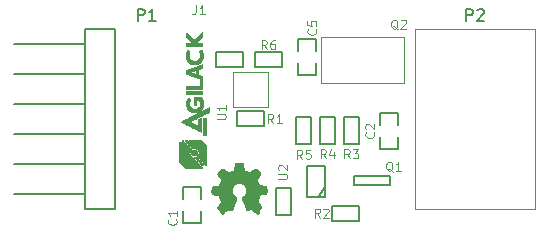
<source format=gbr>
G04 #@! TF.GenerationSoftware,KiCad,Pcbnew,5.0.2*
G04 #@! TF.CreationDate,2020-03-31T15:33:04+02:00*
G04 #@! TF.ProjectId,pmod-dac-ls,706d6f64-2d64-4616-932d-6c732e6b6963,1*
G04 #@! TF.SameCoordinates,Original*
G04 #@! TF.FileFunction,Legend,Top*
G04 #@! TF.FilePolarity,Positive*
%FSLAX46Y46*%
G04 Gerber Fmt 4.6, Leading zero omitted, Abs format (unit mm)*
G04 Created by KiCad (PCBNEW 5.0.2) date mar. 31 mars 2020 15:33:04 CEST*
%MOMM*%
%LPD*%
G01*
G04 APERTURE LIST*
%ADD10C,0.150000*%
%ADD11C,0.127000*%
%ADD12C,0.101600*%
%ADD13C,0.027940*%
%ADD14C,0.076200*%
G04 APERTURE END LIST*
D10*
G04 #@! TO.C,P1*
X123460000Y-98650000D02*
X129460000Y-98650000D01*
X123460000Y-101190000D02*
X129460000Y-101190000D01*
X123460000Y-103730000D02*
X129460000Y-103730000D01*
X123460000Y-106270000D02*
X129460000Y-106270000D01*
X123460000Y-108810000D02*
X129460000Y-108810000D01*
X123460000Y-111350000D02*
X129460000Y-111350000D01*
X132000000Y-112620000D02*
X132000000Y-97380000D01*
X132000000Y-97380000D02*
X129460000Y-97380000D01*
X129460000Y-97380000D02*
X129460000Y-112620000D01*
X132000000Y-112620000D02*
X129460000Y-112620000D01*
D11*
G04 #@! TO.C,R1*
X144643000Y-105635000D02*
X142357000Y-105635000D01*
X142357000Y-105635000D02*
X142357000Y-104365000D01*
X142357000Y-104365000D02*
X144643000Y-104365000D01*
X144643000Y-104365000D02*
X144643000Y-105635000D01*
D12*
G04 #@! TO.C,U1*
X145000000Y-101000000D02*
X145000000Y-104000000D01*
X145000000Y-104000000D02*
X142000000Y-104000000D01*
X142000000Y-104000000D02*
X142000000Y-101000000D01*
X142000000Y-101000000D02*
X145000000Y-101000000D01*
D11*
G04 #@! TO.C,R2*
X152643000Y-113635000D02*
X150357000Y-113635000D01*
X150357000Y-113635000D02*
X150357000Y-112365000D01*
X150357000Y-112365000D02*
X152643000Y-112365000D01*
X152643000Y-112365000D02*
X152643000Y-113635000D01*
G04 #@! TO.C,U2*
X149762000Y-110758000D02*
X149254000Y-111520000D01*
X149762000Y-108980000D02*
X149762000Y-111583500D01*
X149762000Y-111583500D02*
X148238000Y-111583500D01*
X148238000Y-111583500D02*
X148238000Y-108980000D01*
X148238000Y-108980000D02*
X149762000Y-108980000D01*
D12*
G04 #@! TO.C,P2*
X167550000Y-112620000D02*
X167550000Y-97380000D01*
X157390000Y-112620000D02*
X157390000Y-97380000D01*
X167550000Y-112620000D02*
X157390000Y-112620000D01*
X157390000Y-97380000D02*
X167550000Y-97380000D01*
G04 #@! TO.C,Q2*
X149494800Y-98044200D02*
X156505200Y-98044200D01*
X156505200Y-98044200D02*
X156505200Y-101955800D01*
X156505200Y-101955800D02*
X149494800Y-101955800D01*
X149494800Y-101955800D02*
X149494800Y-98044200D01*
D11*
G04 #@! TO.C,C1*
X137738000Y-111742000D02*
X137738000Y-110726000D01*
X137738000Y-110726000D02*
X139262000Y-110726000D01*
X139262000Y-110726000D02*
X139262000Y-111742000D01*
X139262000Y-112758000D02*
X139262000Y-113774000D01*
X139262000Y-113774000D02*
X137738000Y-113774000D01*
X137738000Y-113774000D02*
X137738000Y-112758000D01*
G04 #@! TO.C,C2*
X154478000Y-107534000D02*
X154478000Y-106518000D01*
X156002000Y-107534000D02*
X154478000Y-107534000D01*
X156002000Y-106518000D02*
X156002000Y-107534000D01*
X156002000Y-104486000D02*
X156002000Y-105502000D01*
X154478000Y-104486000D02*
X156002000Y-104486000D01*
X154478000Y-105502000D02*
X154478000Y-104486000D01*
G04 #@! TO.C,Q1*
X155274000Y-110631000D02*
X152226000Y-110631000D01*
X152226000Y-110631000D02*
X152226000Y-109869000D01*
X152226000Y-109869000D02*
X155274000Y-109869000D01*
X155274000Y-109869000D02*
X155274000Y-110631000D01*
G04 #@! TO.C,R3*
X152635000Y-104847000D02*
X152635000Y-107133000D01*
X152635000Y-107133000D02*
X151365000Y-107133000D01*
X151365000Y-107133000D02*
X151365000Y-104847000D01*
X151365000Y-104847000D02*
X152635000Y-104847000D01*
G04 #@! TO.C,R4*
X150635000Y-104857000D02*
X150635000Y-107143000D01*
X150635000Y-107143000D02*
X149365000Y-107143000D01*
X149365000Y-107143000D02*
X149365000Y-104857000D01*
X149365000Y-104857000D02*
X150635000Y-104857000D01*
G04 #@! TO.C,R5*
X147365000Y-104857000D02*
X148635000Y-104857000D01*
X147365000Y-107143000D02*
X147365000Y-104857000D01*
X148635000Y-107143000D02*
X147365000Y-107143000D01*
X148635000Y-104857000D02*
X148635000Y-107143000D01*
G04 #@! TO.C,C3*
X140607000Y-99365000D02*
X142893000Y-99365000D01*
X142893000Y-99365000D02*
X142893000Y-100635000D01*
X142893000Y-100635000D02*
X140607000Y-100635000D01*
X140607000Y-100635000D02*
X140607000Y-99365000D01*
G04 #@! TO.C,C4*
X145615000Y-110857000D02*
X146885000Y-110857000D01*
X145615000Y-113143000D02*
X145615000Y-110857000D01*
X146885000Y-113143000D02*
X145615000Y-113143000D01*
X146885000Y-110857000D02*
X146885000Y-113143000D01*
D13*
G04 #@! TO.C,LOGO-OHW*
X141077600Y-113052400D02*
X141153800Y-113052400D01*
X144049400Y-113027000D02*
X144100200Y-113027000D01*
X141052200Y-113027000D02*
X141153800Y-113027000D01*
X144024000Y-113001600D02*
X144125600Y-113001600D01*
X141026800Y-113001600D02*
X141179200Y-113001600D01*
X143998600Y-112976200D02*
X144151000Y-112976200D01*
X141001400Y-112976200D02*
X141179200Y-112976200D01*
X143973200Y-112950800D02*
X144176400Y-112950800D01*
X140976000Y-112950800D02*
X141204600Y-112950800D01*
X143947800Y-112925400D02*
X144176400Y-112925400D01*
X140950600Y-112925400D02*
X141204600Y-112925400D01*
X143922400Y-112900000D02*
X144201800Y-112900000D01*
X140950600Y-112900000D02*
X141230000Y-112900000D01*
X143871600Y-112874600D02*
X144201800Y-112874600D01*
X140925200Y-112874600D02*
X141255400Y-112874600D01*
X143820800Y-112849200D02*
X144227200Y-112849200D01*
X140925200Y-112849200D02*
X141280800Y-112849200D01*
X143770000Y-112823800D02*
X144227200Y-112823800D01*
X140925200Y-112823800D02*
X141306200Y-112823800D01*
X143744600Y-112798400D02*
X144227200Y-112798400D01*
X140925200Y-112798400D02*
X141357000Y-112798400D01*
X143719200Y-112773000D02*
X144227200Y-112773000D01*
X140899800Y-112773000D02*
X141382400Y-112773000D01*
X143668400Y-112747600D02*
X144227200Y-112747600D01*
X143160400Y-112747600D02*
X143185800Y-112747600D01*
X141865000Y-112747600D02*
X141915800Y-112747600D01*
X140874400Y-112747600D02*
X141433200Y-112747600D01*
X143668400Y-112722200D02*
X144227200Y-112722200D01*
X143160400Y-112722200D02*
X143236600Y-112722200D01*
X141814200Y-112722200D02*
X141915800Y-112722200D01*
X140849000Y-112722200D02*
X141458600Y-112722200D01*
X143643000Y-112696800D02*
X144201800Y-112696800D01*
X143135000Y-112696800D02*
X143287400Y-112696800D01*
X141763400Y-112696800D02*
X141941200Y-112696800D01*
X140823600Y-112696800D02*
X141509400Y-112696800D01*
X143617600Y-112671400D02*
X144227200Y-112671400D01*
X143135000Y-112671400D02*
X143338200Y-112671400D01*
X141687200Y-112671400D02*
X141941200Y-112671400D01*
X140798200Y-112671400D02*
X141560200Y-112671400D01*
X143592200Y-112646000D02*
X144252600Y-112646000D01*
X143135000Y-112646000D02*
X143389000Y-112646000D01*
X140772800Y-112646000D02*
X141966600Y-112646000D01*
X143516000Y-112620600D02*
X144278000Y-112620600D01*
X143109600Y-112620600D02*
X143465200Y-112620600D01*
X140747400Y-112620600D02*
X141966600Y-112620600D01*
X143109600Y-112595200D02*
X144303400Y-112595200D01*
X140722000Y-112595200D02*
X141966600Y-112595200D01*
X143084200Y-112569800D02*
X144303400Y-112569800D01*
X140696600Y-112569800D02*
X141992000Y-112569800D01*
X143084200Y-112544400D02*
X144328800Y-112544400D01*
X140671200Y-112544400D02*
X141992000Y-112544400D01*
X143084200Y-112519000D02*
X144354200Y-112519000D01*
X140671200Y-112519000D02*
X141992000Y-112519000D01*
X143058800Y-112493600D02*
X144379600Y-112493600D01*
X140671200Y-112493600D02*
X142017400Y-112493600D01*
X143058800Y-112468200D02*
X144405000Y-112468200D01*
X140671200Y-112468200D02*
X142017400Y-112468200D01*
X143058800Y-112442800D02*
X144405000Y-112442800D01*
X140696600Y-112442800D02*
X142017400Y-112442800D01*
X143033400Y-112417400D02*
X144405000Y-112417400D01*
X140722000Y-112417400D02*
X142042800Y-112417400D01*
X143033400Y-112392000D02*
X144379600Y-112392000D01*
X140722000Y-112392000D02*
X142042800Y-112392000D01*
X143008000Y-112366600D02*
X144379600Y-112366600D01*
X140747400Y-112366600D02*
X142042800Y-112366600D01*
X143008000Y-112341200D02*
X144354200Y-112341200D01*
X140772800Y-112341200D02*
X142068200Y-112341200D01*
X143008000Y-112315800D02*
X144328800Y-112315800D01*
X140798200Y-112315800D02*
X142068200Y-112315800D01*
X142982600Y-112290400D02*
X144303400Y-112290400D01*
X140798200Y-112290400D02*
X142068200Y-112290400D01*
X142982600Y-112265000D02*
X144303400Y-112265000D01*
X140823600Y-112265000D02*
X142093600Y-112265000D01*
X142957200Y-112239600D02*
X144278000Y-112239600D01*
X140849000Y-112239600D02*
X142093600Y-112239600D01*
X142957200Y-112214200D02*
X144252600Y-112214200D01*
X140849000Y-112214200D02*
X142119000Y-112214200D01*
X142957200Y-112188800D02*
X144252600Y-112188800D01*
X140874400Y-112188800D02*
X142119000Y-112188800D01*
X142931800Y-112163400D02*
X144227200Y-112163400D01*
X140899800Y-112163400D02*
X142119000Y-112163400D01*
X142931800Y-112138000D02*
X144201800Y-112138000D01*
X140925200Y-112138000D02*
X142144400Y-112138000D01*
X142906400Y-112112600D02*
X144201800Y-112112600D01*
X140925200Y-112112600D02*
X142144400Y-112112600D01*
X142906400Y-112087200D02*
X144176400Y-112087200D01*
X140950600Y-112087200D02*
X142144400Y-112087200D01*
X142906400Y-112061800D02*
X144151000Y-112061800D01*
X140976000Y-112061800D02*
X142169800Y-112061800D01*
X142881000Y-112036400D02*
X144151000Y-112036400D01*
X141001400Y-112036400D02*
X142169800Y-112036400D01*
X142881000Y-112011000D02*
X144125600Y-112011000D01*
X141001400Y-112011000D02*
X142169800Y-112011000D01*
X142881000Y-111985600D02*
X144100200Y-111985600D01*
X141001400Y-111985600D02*
X142195200Y-111985600D01*
X142855600Y-111960200D02*
X144074800Y-111960200D01*
X141001400Y-111960200D02*
X142195200Y-111960200D01*
X142855600Y-111934800D02*
X144074800Y-111934800D01*
X140976000Y-111934800D02*
X142195200Y-111934800D01*
X142830200Y-111909400D02*
X144049400Y-111909400D01*
X140976000Y-111909400D02*
X142220600Y-111909400D01*
X142830200Y-111884000D02*
X144074800Y-111884000D01*
X140950600Y-111884000D02*
X142220600Y-111884000D01*
X142830200Y-111858600D02*
X144074800Y-111858600D01*
X140950600Y-111858600D02*
X142220600Y-111858600D01*
X142804800Y-111833200D02*
X144100200Y-111833200D01*
X140925200Y-111833200D02*
X142246000Y-111833200D01*
X142804800Y-111807800D02*
X144100200Y-111807800D01*
X140925200Y-111807800D02*
X142246000Y-111807800D01*
X142779400Y-111782400D02*
X144125600Y-111782400D01*
X140899800Y-111782400D02*
X142271400Y-111782400D01*
X142779400Y-111757000D02*
X144125600Y-111757000D01*
X140899800Y-111757000D02*
X142271400Y-111757000D01*
X142779400Y-111731600D02*
X144125600Y-111731600D01*
X140874400Y-111731600D02*
X142271400Y-111731600D01*
X142754000Y-111706200D02*
X144151000Y-111706200D01*
X140874400Y-111706200D02*
X142296800Y-111706200D01*
X142754000Y-111680800D02*
X144151000Y-111680800D01*
X140874400Y-111680800D02*
X142296800Y-111680800D01*
X142754000Y-111655400D02*
X144176400Y-111655400D01*
X140849000Y-111655400D02*
X142296800Y-111655400D01*
X142754000Y-111630000D02*
X144176400Y-111630000D01*
X140849000Y-111630000D02*
X142271400Y-111630000D01*
X142804800Y-111604600D02*
X144176400Y-111604600D01*
X140849000Y-111604600D02*
X142220600Y-111604600D01*
X142855600Y-111579200D02*
X144201800Y-111579200D01*
X140823600Y-111579200D02*
X142169800Y-111579200D01*
X142881000Y-111553800D02*
X144201800Y-111553800D01*
X140823600Y-111553800D02*
X142144400Y-111553800D01*
X142906400Y-111528400D02*
X144201800Y-111528400D01*
X140823600Y-111528400D02*
X142119000Y-111528400D01*
X142957200Y-111503000D02*
X144201800Y-111503000D01*
X140823600Y-111503000D02*
X142068200Y-111503000D01*
X142982600Y-111477600D02*
X144227200Y-111477600D01*
X140798200Y-111477600D02*
X142068200Y-111477600D01*
X142982600Y-111452200D02*
X144227200Y-111452200D01*
X140696600Y-111452200D02*
X142042800Y-111452200D01*
X143008000Y-111426800D02*
X144227200Y-111426800D01*
X140569600Y-111426800D02*
X142017400Y-111426800D01*
X143033400Y-111401400D02*
X144328800Y-111401400D01*
X140417200Y-111401400D02*
X141992000Y-111401400D01*
X143058800Y-111376000D02*
X144506600Y-111376000D01*
X140290200Y-111376000D02*
X141992000Y-111376000D01*
X143058800Y-111350600D02*
X144659000Y-111350600D01*
X140188600Y-111350600D02*
X141966600Y-111350600D01*
X143084200Y-111325200D02*
X144811400Y-111325200D01*
X140188600Y-111325200D02*
X141941200Y-111325200D01*
X143084200Y-111299800D02*
X144836800Y-111299800D01*
X140188600Y-111299800D02*
X141941200Y-111299800D01*
X143109600Y-111274400D02*
X144836800Y-111274400D01*
X140188600Y-111274400D02*
X141941200Y-111274400D01*
X143109600Y-111249000D02*
X144836800Y-111249000D01*
X140188600Y-111249000D02*
X141915800Y-111249000D01*
X143109600Y-111223600D02*
X144862200Y-111223600D01*
X140188600Y-111223600D02*
X141915800Y-111223600D01*
X143135000Y-111198200D02*
X144862200Y-111198200D01*
X140163200Y-111198200D02*
X141915800Y-111198200D01*
X143135000Y-111172800D02*
X144862200Y-111172800D01*
X140163200Y-111172800D02*
X141890400Y-111172800D01*
X143135000Y-111147400D02*
X144862200Y-111147400D01*
X140163200Y-111147400D02*
X141890400Y-111147400D01*
X143135000Y-111122000D02*
X144862200Y-111122000D01*
X140163200Y-111122000D02*
X141890400Y-111122000D01*
X143135000Y-111096600D02*
X144862200Y-111096600D01*
X140163200Y-111096600D02*
X141890400Y-111096600D01*
X143135000Y-111071200D02*
X144862200Y-111071200D01*
X140163200Y-111071200D02*
X141890400Y-111071200D01*
X143135000Y-111045800D02*
X144862200Y-111045800D01*
X140163200Y-111045800D02*
X141890400Y-111045800D01*
X143135000Y-111020400D02*
X144862200Y-111020400D01*
X140163200Y-111020400D02*
X141890400Y-111020400D01*
X143135000Y-110995000D02*
X144862200Y-110995000D01*
X140163200Y-110995000D02*
X141890400Y-110995000D01*
X143135000Y-110969600D02*
X144862200Y-110969600D01*
X140188600Y-110969600D02*
X141890400Y-110969600D01*
X143135000Y-110944200D02*
X144836800Y-110944200D01*
X140188600Y-110944200D02*
X141890400Y-110944200D01*
X143135000Y-110918800D02*
X144836800Y-110918800D01*
X140188600Y-110918800D02*
X141915800Y-110918800D01*
X143109600Y-110893400D02*
X144836800Y-110893400D01*
X140188600Y-110893400D02*
X141915800Y-110893400D01*
X143109600Y-110868000D02*
X144836800Y-110868000D01*
X140188600Y-110868000D02*
X141915800Y-110868000D01*
X143109600Y-110842600D02*
X144836800Y-110842600D01*
X140188600Y-110842600D02*
X141915800Y-110842600D01*
X143084200Y-110817200D02*
X144836800Y-110817200D01*
X140188600Y-110817200D02*
X141941200Y-110817200D01*
X143084200Y-110791800D02*
X144836800Y-110791800D01*
X140188600Y-110791800D02*
X141941200Y-110791800D01*
X143058800Y-110766400D02*
X144836800Y-110766400D01*
X140188600Y-110766400D02*
X141966600Y-110766400D01*
X143058800Y-110741000D02*
X144836800Y-110741000D01*
X140214000Y-110741000D02*
X141966600Y-110741000D01*
X143033400Y-110715600D02*
X144811400Y-110715600D01*
X140341000Y-110715600D02*
X141992000Y-110715600D01*
X143008000Y-110690200D02*
X144811400Y-110690200D01*
X140493400Y-110690200D02*
X142017400Y-110690200D01*
X143008000Y-110664800D02*
X144709800Y-110664800D01*
X140645800Y-110664800D02*
X142017400Y-110664800D01*
X142982600Y-110639400D02*
X144557400Y-110639400D01*
X140798200Y-110639400D02*
X142042800Y-110639400D01*
X142957200Y-110614000D02*
X144430400Y-110614000D01*
X140823600Y-110614000D02*
X142068200Y-110614000D01*
X142931800Y-110588600D02*
X144278000Y-110588600D01*
X140823600Y-110588600D02*
X142093600Y-110588600D01*
X142906400Y-110563200D02*
X144201800Y-110563200D01*
X140823600Y-110563200D02*
X142119000Y-110563200D01*
X142855600Y-110537800D02*
X144176400Y-110537800D01*
X140849000Y-110537800D02*
X142169800Y-110537800D01*
X142830200Y-110512400D02*
X144176400Y-110512400D01*
X140849000Y-110512400D02*
X142195200Y-110512400D01*
X142779400Y-110487000D02*
X144176400Y-110487000D01*
X140849000Y-110487000D02*
X142246000Y-110487000D01*
X142703200Y-110461600D02*
X144151000Y-110461600D01*
X140874400Y-110461600D02*
X142322200Y-110461600D01*
X142627000Y-110436200D02*
X144151000Y-110436200D01*
X140874400Y-110436200D02*
X142398400Y-110436200D01*
X140874400Y-110410800D02*
X144125600Y-110410800D01*
X140899800Y-110385400D02*
X144125600Y-110385400D01*
X140899800Y-110360000D02*
X144125600Y-110360000D01*
X140925200Y-110334600D02*
X144100200Y-110334600D01*
X140925200Y-110309200D02*
X144100200Y-110309200D01*
X140950600Y-110283800D02*
X144074800Y-110283800D01*
X140950600Y-110258400D02*
X144074800Y-110258400D01*
X140976000Y-110233000D02*
X144049400Y-110233000D01*
X140976000Y-110207600D02*
X144049400Y-110207600D01*
X141001400Y-110182200D02*
X144024000Y-110182200D01*
X141001400Y-110156800D02*
X143998600Y-110156800D01*
X141001400Y-110131400D02*
X143998600Y-110131400D01*
X140976000Y-110106000D02*
X144024000Y-110106000D01*
X140976000Y-110080600D02*
X144024000Y-110080600D01*
X140950600Y-110055200D02*
X144049400Y-110055200D01*
X140925200Y-110029800D02*
X144074800Y-110029800D01*
X140925200Y-110004400D02*
X144100200Y-110004400D01*
X140899800Y-109979000D02*
X144100200Y-109979000D01*
X140874400Y-109953600D02*
X144125600Y-109953600D01*
X140874400Y-109928200D02*
X144151000Y-109928200D01*
X140849000Y-109902800D02*
X144176400Y-109902800D01*
X140823600Y-109877400D02*
X144176400Y-109877400D01*
X140823600Y-109852000D02*
X144201800Y-109852000D01*
X140798200Y-109826600D02*
X144227200Y-109826600D01*
X140772800Y-109801200D02*
X144227200Y-109801200D01*
X140747400Y-109775800D02*
X144252600Y-109775800D01*
X140747400Y-109750400D02*
X144278000Y-109750400D01*
X140722000Y-109725000D02*
X144303400Y-109725000D01*
X140696600Y-109699600D02*
X144303400Y-109699600D01*
X140696600Y-109674200D02*
X144328800Y-109674200D01*
X140671200Y-109648800D02*
X144328800Y-109648800D01*
X140671200Y-109623400D02*
X144328800Y-109623400D01*
X140696600Y-109598000D02*
X144328800Y-109598000D01*
X140696600Y-109572600D02*
X144303400Y-109572600D01*
X141636400Y-109547200D02*
X144303400Y-109547200D01*
X140722000Y-109547200D02*
X141611000Y-109547200D01*
X143389000Y-109521800D02*
X144278000Y-109521800D01*
X141687200Y-109521800D02*
X143338200Y-109521800D01*
X140747400Y-109521800D02*
X141585600Y-109521800D01*
X143439800Y-109496400D02*
X144252600Y-109496400D01*
X141738000Y-109496400D02*
X143287400Y-109496400D01*
X140772800Y-109496400D02*
X141534800Y-109496400D01*
X143465200Y-109471000D02*
X144227200Y-109471000D01*
X141788800Y-109471000D02*
X143236600Y-109471000D01*
X140798200Y-109471000D02*
X141509400Y-109471000D01*
X143490600Y-109445600D02*
X144201800Y-109445600D01*
X141839600Y-109445600D02*
X143160400Y-109445600D01*
X140823600Y-109445600D02*
X141484000Y-109445600D01*
X143541400Y-109420200D02*
X144176400Y-109420200D01*
X141915800Y-109420200D02*
X143109600Y-109420200D01*
X140849000Y-109420200D02*
X141433200Y-109420200D01*
X143566800Y-109394800D02*
X144151000Y-109394800D01*
X141992000Y-109394800D02*
X143033400Y-109394800D01*
X140874400Y-109394800D02*
X141407800Y-109394800D01*
X143617600Y-109369400D02*
X144125600Y-109369400D01*
X142068200Y-109369400D02*
X142931800Y-109369400D01*
X140899800Y-109369400D02*
X141357000Y-109369400D01*
X143643000Y-109344000D02*
X144100200Y-109344000D01*
X142093600Y-109344000D02*
X142931800Y-109344000D01*
X140925200Y-109344000D02*
X141331600Y-109344000D01*
X143693800Y-109318600D02*
X144074800Y-109318600D01*
X142093600Y-109318600D02*
X142931800Y-109318600D01*
X140950600Y-109318600D02*
X141306200Y-109318600D01*
X143719200Y-109293200D02*
X144049400Y-109293200D01*
X142093600Y-109293200D02*
X142931800Y-109293200D01*
X140976000Y-109293200D02*
X141255400Y-109293200D01*
X143770000Y-109267800D02*
X143998600Y-109267800D01*
X142093600Y-109267800D02*
X142906400Y-109267800D01*
X141026800Y-109267800D02*
X141230000Y-109267800D01*
X143795400Y-109242400D02*
X143973200Y-109242400D01*
X142093600Y-109242400D02*
X142906400Y-109242400D01*
X141052200Y-109242400D02*
X141179200Y-109242400D01*
X143846200Y-109217000D02*
X143947800Y-109217000D01*
X142119000Y-109217000D02*
X142906400Y-109217000D01*
X141077600Y-109217000D02*
X141153800Y-109217000D01*
X142119000Y-109191600D02*
X142906400Y-109191600D01*
X142119000Y-109166200D02*
X142906400Y-109166200D01*
X142119000Y-109140800D02*
X142906400Y-109140800D01*
X142119000Y-109115400D02*
X142906400Y-109115400D01*
X142119000Y-109090000D02*
X142881000Y-109090000D01*
X142144400Y-109064600D02*
X142881000Y-109064600D01*
X142144400Y-109039200D02*
X142881000Y-109039200D01*
X142144400Y-109013800D02*
X142881000Y-109013800D01*
X142144400Y-108988400D02*
X142881000Y-108988400D01*
X142144400Y-108963000D02*
X142881000Y-108963000D01*
X142169800Y-108937600D02*
X142855600Y-108937600D01*
X142169800Y-108912200D02*
X142855600Y-108912200D01*
X142169800Y-108886800D02*
X142855600Y-108886800D01*
X142169800Y-108861400D02*
X142855600Y-108861400D01*
X142169800Y-108836000D02*
X142855600Y-108836000D01*
X142169800Y-108810600D02*
X142855600Y-108810600D01*
X142195200Y-108785200D02*
X142830200Y-108785200D01*
X142195200Y-108759800D02*
X142830200Y-108759800D01*
X142347600Y-108734400D02*
X142601600Y-108734400D01*
G04 #@! TO.C,agilack-11.5*
X139938720Y-104407160D02*
X139938720Y-104026160D01*
X139913320Y-104432560D02*
X139913320Y-104051560D01*
X139887920Y-104432560D02*
X139887920Y-104051560D01*
X139862520Y-104457960D02*
X139862520Y-104076960D01*
X139837120Y-104457960D02*
X139837120Y-104076960D01*
X139811720Y-104483360D02*
X139811720Y-104102360D01*
X139786320Y-104483360D02*
X139786320Y-104102360D01*
X139760920Y-104508760D02*
X139760920Y-104127760D01*
X139735520Y-104508760D02*
X139735520Y-104127760D01*
X139735520Y-106362960D02*
X139735520Y-104889760D01*
X139710120Y-104534160D02*
X139710120Y-104153160D01*
X139710120Y-106362960D02*
X139710120Y-104889760D01*
X139710120Y-108877560D02*
X139710120Y-107226560D01*
X139684720Y-104534160D02*
X139684720Y-104153160D01*
X139684720Y-106362960D02*
X139684720Y-104889760D01*
X139684720Y-108877560D02*
X139684720Y-107201160D01*
X139659320Y-104559560D02*
X139659320Y-104178560D01*
X139659320Y-106362960D02*
X139659320Y-104889760D01*
X139659320Y-108877560D02*
X139659320Y-107175760D01*
X139633920Y-104559560D02*
X139633920Y-104178560D01*
X139633920Y-106362960D02*
X139633920Y-104889760D01*
X139633920Y-108826760D02*
X139633920Y-107150360D01*
X139608520Y-104584960D02*
X139608520Y-104203960D01*
X139608520Y-106362960D02*
X139608520Y-104889760D01*
X139608520Y-108801360D02*
X139608520Y-107124960D01*
X139583120Y-104584960D02*
X139583120Y-104229360D01*
X139583120Y-106362960D02*
X139583120Y-104889760D01*
X139583120Y-108775960D02*
X139583120Y-107099560D01*
X139557720Y-104610360D02*
X139557720Y-104229360D01*
X139557720Y-106362960D02*
X139557720Y-104889760D01*
X139557720Y-108750560D02*
X139557720Y-107074160D01*
X139532320Y-104610360D02*
X139532320Y-104254760D01*
X139532320Y-106362960D02*
X139532320Y-104889760D01*
X139532320Y-108725160D02*
X139532320Y-107048760D01*
X139506920Y-104635760D02*
X139506920Y-104254760D01*
X139506920Y-106362960D02*
X139506920Y-104889760D01*
X139506920Y-108699760D02*
X139506920Y-107023360D01*
X139506920Y-108877560D02*
X139506920Y-108852160D01*
X139481520Y-104635760D02*
X139481520Y-104280160D01*
X139481520Y-108674360D02*
X139481520Y-106997960D01*
X139481520Y-108877560D02*
X139481520Y-108826760D01*
X139456120Y-103924560D02*
X139456120Y-103492760D01*
X139456120Y-104661160D02*
X139456120Y-104280160D01*
X139456120Y-108648960D02*
X139456120Y-106972560D01*
X139456120Y-108877560D02*
X139456120Y-108801360D01*
X139430720Y-99860560D02*
X139430720Y-99428760D01*
X139430720Y-104000760D02*
X139430720Y-103416560D01*
X139430720Y-104661160D02*
X139430720Y-104305560D01*
X139430720Y-108623560D02*
X139430720Y-106947160D01*
X139430720Y-108877560D02*
X139430720Y-108775960D01*
X139405320Y-98031760D02*
X139405320Y-97676160D01*
X139405320Y-98844560D02*
X139405320Y-98590560D01*
X139405320Y-99936760D02*
X139405320Y-99327160D01*
X139405320Y-100647960D02*
X139405320Y-100368560D01*
X139405320Y-102425960D02*
X139405320Y-101384560D01*
X139405320Y-102857760D02*
X139405320Y-102603760D01*
X139405320Y-104076960D02*
X139405320Y-103340360D01*
X139405320Y-104686560D02*
X139405320Y-104305560D01*
X139405320Y-108598160D02*
X139405320Y-106921760D01*
X139405320Y-108877560D02*
X139405320Y-108750560D01*
X139379920Y-98057160D02*
X139379920Y-97701560D01*
X139379920Y-98844560D02*
X139379920Y-98590560D01*
X139379920Y-100012960D02*
X139379920Y-99250960D01*
X139379920Y-100673360D02*
X139379920Y-100393960D01*
X139379920Y-102425960D02*
X139379920Y-101384560D01*
X139379920Y-102857760D02*
X139379920Y-102603760D01*
X139379920Y-104127760D02*
X139379920Y-103289560D01*
X139379920Y-104686560D02*
X139379920Y-104330960D01*
X139379920Y-108572760D02*
X139379920Y-106896360D01*
X139379920Y-108877560D02*
X139379920Y-108725160D01*
X139379920Y-109131560D02*
X139379920Y-109055360D01*
X139354520Y-98082560D02*
X139354520Y-97726960D01*
X139354520Y-98844560D02*
X139354520Y-98590560D01*
X139354520Y-100038360D02*
X139354520Y-99174760D01*
X139354520Y-100673360D02*
X139354520Y-100393960D01*
X139354520Y-102425960D02*
X139354520Y-101359160D01*
X139354520Y-102857760D02*
X139354520Y-102603760D01*
X139354520Y-104153160D02*
X139354520Y-103264160D01*
X139354520Y-104711960D02*
X139354520Y-104330960D01*
X139354520Y-108547360D02*
X139354520Y-106870960D01*
X139354520Y-108877560D02*
X139354520Y-108699760D01*
X139354520Y-109131560D02*
X139354520Y-109029960D01*
X139329120Y-98107960D02*
X139329120Y-97752360D01*
X139329120Y-98844560D02*
X139329120Y-98590560D01*
X139329120Y-100089160D02*
X139329120Y-99174760D01*
X139329120Y-100698760D02*
X139329120Y-100393960D01*
X139329120Y-102425960D02*
X139329120Y-101359160D01*
X139329120Y-102857760D02*
X139329120Y-102603760D01*
X139329120Y-104178560D02*
X139329120Y-103213360D01*
X139329120Y-104711960D02*
X139329120Y-104356360D01*
X139329120Y-106083560D02*
X139329120Y-104889760D01*
X139329120Y-108521960D02*
X139329120Y-106845560D01*
X139329120Y-108877560D02*
X139329120Y-108674360D01*
X139329120Y-109131560D02*
X139329120Y-109004560D01*
X139303720Y-98133360D02*
X139303720Y-97777760D01*
X139303720Y-98844560D02*
X139303720Y-98590560D01*
X139303720Y-100114560D02*
X139303720Y-99200160D01*
X139303720Y-100698760D02*
X139303720Y-100419360D01*
X139303720Y-102425960D02*
X139303720Y-101359160D01*
X139303720Y-102857760D02*
X139303720Y-102603760D01*
X139303720Y-104229360D02*
X139303720Y-103187960D01*
X139303720Y-104737360D02*
X139303720Y-104356360D01*
X139303720Y-106083560D02*
X139303720Y-104889760D01*
X139303720Y-108496560D02*
X139303720Y-106820160D01*
X139303720Y-108826760D02*
X139303720Y-108648960D01*
X139303720Y-109131560D02*
X139303720Y-108979160D01*
X139278320Y-98158760D02*
X139278320Y-97777760D01*
X139278320Y-98844560D02*
X139278320Y-98590560D01*
X139278320Y-100165360D02*
X139278320Y-99200160D01*
X139278320Y-100698760D02*
X139278320Y-100419360D01*
X139278320Y-102425960D02*
X139278320Y-101333760D01*
X139278320Y-102857760D02*
X139278320Y-102603760D01*
X139278320Y-104229360D02*
X139278320Y-103162560D01*
X139278320Y-104737360D02*
X139278320Y-104381760D01*
X139278320Y-106083560D02*
X139278320Y-104889760D01*
X139278320Y-108471160D02*
X139278320Y-106820160D01*
X139278320Y-108801360D02*
X139278320Y-108623560D01*
X139278320Y-109131560D02*
X139278320Y-108953760D01*
X139252920Y-98158760D02*
X139252920Y-97803160D01*
X139252920Y-98844560D02*
X139252920Y-98590560D01*
X139252920Y-100190760D02*
X139252920Y-99200160D01*
X139252920Y-100724160D02*
X139252920Y-100419360D01*
X139252920Y-102425960D02*
X139252920Y-101333760D01*
X139252920Y-102857760D02*
X139252920Y-102603760D01*
X139252920Y-104254760D02*
X139252920Y-103162560D01*
X139252920Y-104762760D02*
X139252920Y-104381760D01*
X139252920Y-106058160D02*
X139252920Y-104915160D01*
X139252920Y-108445760D02*
X139252920Y-106820160D01*
X139252920Y-108775960D02*
X139252920Y-108598160D01*
X139252920Y-109131560D02*
X139252920Y-108953760D01*
X139227520Y-98184160D02*
X139227520Y-97828560D01*
X139227520Y-98844560D02*
X139227520Y-98590560D01*
X139227520Y-100216160D02*
X139227520Y-99225560D01*
X139227520Y-100724160D02*
X139227520Y-100444760D01*
X139227520Y-102425960D02*
X139227520Y-101333760D01*
X139227520Y-102857760D02*
X139227520Y-102603760D01*
X139227520Y-104280160D02*
X139227520Y-103162560D01*
X139227520Y-104762760D02*
X139227520Y-104407160D01*
X139227520Y-106058160D02*
X139227520Y-104915160D01*
X139227520Y-108420360D02*
X139227520Y-106820160D01*
X139227520Y-108750560D02*
X139227520Y-108572760D01*
X139227520Y-109131560D02*
X139227520Y-108953760D01*
X139202120Y-98209560D02*
X139202120Y-97853960D01*
X139202120Y-98844560D02*
X139202120Y-98590560D01*
X139202120Y-100216160D02*
X139202120Y-99225560D01*
X139202120Y-100749560D02*
X139202120Y-100444760D01*
X139202120Y-102425960D02*
X139202120Y-101308360D01*
X139202120Y-102857760D02*
X139202120Y-102603760D01*
X139202120Y-103543560D02*
X139202120Y-103162560D01*
X139202120Y-104305560D02*
X139202120Y-103822960D01*
X139202120Y-104788160D02*
X139202120Y-104407160D01*
X139202120Y-106032760D02*
X139202120Y-104940560D01*
X139202120Y-108394960D02*
X139202120Y-106820160D01*
X139202120Y-108725160D02*
X139202120Y-108547360D01*
X139202120Y-109131560D02*
X139202120Y-108953760D01*
X139176720Y-98234960D02*
X139176720Y-97879360D01*
X139176720Y-98844560D02*
X139176720Y-98590560D01*
X139176720Y-99428760D02*
X139176720Y-99250960D01*
X139176720Y-100241560D02*
X139176720Y-99758960D01*
X139176720Y-100749560D02*
X139176720Y-100444760D01*
X139176720Y-101587760D02*
X139176720Y-101308360D01*
X139176720Y-102425960D02*
X139176720Y-102171960D01*
X139176720Y-102857760D02*
X139176720Y-102603760D01*
X139176720Y-103467360D02*
X139176720Y-103162560D01*
X139176720Y-104330960D02*
X139176720Y-103899160D01*
X139176720Y-104788160D02*
X139176720Y-104432560D01*
X139176720Y-106032760D02*
X139176720Y-104940560D01*
X139176720Y-108369560D02*
X139176720Y-106820160D01*
X139176720Y-108699760D02*
X139176720Y-108521960D01*
X139176720Y-109131560D02*
X139176720Y-108953760D01*
X139151320Y-98260360D02*
X139151320Y-97904760D01*
X139151320Y-98844560D02*
X139151320Y-98590560D01*
X139151320Y-99352560D02*
X139151320Y-99250960D01*
X139151320Y-100266960D02*
X139151320Y-99835160D01*
X139151320Y-100749560D02*
X139151320Y-100470160D01*
X139151320Y-101562360D02*
X139151320Y-101282960D01*
X139151320Y-102425960D02*
X139151320Y-102171960D01*
X139151320Y-102857760D02*
X139151320Y-102603760D01*
X139151320Y-103441960D02*
X139151320Y-103162560D01*
X139151320Y-104330960D02*
X139151320Y-103949960D01*
X139151320Y-104813560D02*
X139151320Y-104432560D01*
X139151320Y-106007360D02*
X139151320Y-104965960D01*
X139151320Y-108344160D02*
X139151320Y-106820160D01*
X139151320Y-108674360D02*
X139151320Y-108496560D01*
X139151320Y-108877560D02*
X139151320Y-108826760D01*
X139151320Y-109131560D02*
X139151320Y-108953760D01*
X139125920Y-98285760D02*
X139125920Y-97930160D01*
X139125920Y-98844560D02*
X139125920Y-98590560D01*
X139125920Y-100266960D02*
X139125920Y-99885960D01*
X139125920Y-100774960D02*
X139125920Y-100470160D01*
X139125920Y-101562360D02*
X139125920Y-101282960D01*
X139125920Y-102425960D02*
X139125920Y-102171960D01*
X139125920Y-102857760D02*
X139125920Y-102603760D01*
X139125920Y-103416560D02*
X139125920Y-103162560D01*
X139125920Y-104356360D02*
X139125920Y-103975360D01*
X139125920Y-104813560D02*
X139125920Y-104457960D01*
X139125920Y-106007360D02*
X139125920Y-104965960D01*
X139125920Y-108318760D02*
X139125920Y-106820160D01*
X139125920Y-108648960D02*
X139125920Y-108471160D01*
X139125920Y-108877560D02*
X139125920Y-108801360D01*
X139125920Y-109131560D02*
X139125920Y-108953760D01*
X139100520Y-98311160D02*
X139100520Y-97955560D01*
X139100520Y-98844560D02*
X139100520Y-98590560D01*
X139100520Y-100292360D02*
X139100520Y-99911360D01*
X139100520Y-100774960D02*
X139100520Y-100495560D01*
X139100520Y-101562360D02*
X139100520Y-101282960D01*
X139100520Y-102425960D02*
X139100520Y-102171960D01*
X139100520Y-102857760D02*
X139100520Y-102603760D01*
X139100520Y-103416560D02*
X139100520Y-103162560D01*
X139100520Y-104356360D02*
X139100520Y-104000760D01*
X139100520Y-104838960D02*
X139100520Y-104457960D01*
X139100520Y-105981960D02*
X139100520Y-104991360D01*
X139100520Y-107810760D02*
X139100520Y-106820160D01*
X139100520Y-108293360D02*
X139100520Y-107912360D01*
X139100520Y-108623560D02*
X139100520Y-108445760D01*
X139100520Y-108877560D02*
X139100520Y-108775960D01*
X139100520Y-109131560D02*
X139100520Y-108953760D01*
X139075120Y-98336560D02*
X139075120Y-97980960D01*
X139075120Y-98844560D02*
X139075120Y-98590560D01*
X139075120Y-100317760D02*
X139075120Y-99936760D01*
X139075120Y-100774960D02*
X139075120Y-100495560D01*
X139075120Y-101536960D02*
X139075120Y-101257560D01*
X139075120Y-102425960D02*
X139075120Y-102171960D01*
X139075120Y-102857760D02*
X139075120Y-102603760D01*
X139075120Y-103416560D02*
X139075120Y-103162560D01*
X139075120Y-104381760D02*
X139075120Y-104026160D01*
X139075120Y-104838960D02*
X139075120Y-104483360D01*
X139075120Y-105981960D02*
X139075120Y-104991360D01*
X139075120Y-107709160D02*
X139075120Y-106820160D01*
X139075120Y-108267960D02*
X139075120Y-107988560D01*
X139075120Y-108598160D02*
X139075120Y-108420360D01*
X139075120Y-108877560D02*
X139075120Y-108750560D01*
X139075120Y-109131560D02*
X139075120Y-108953760D01*
X139049720Y-98336560D02*
X139049720Y-98006360D01*
X139049720Y-98844560D02*
X139049720Y-98590560D01*
X139049720Y-100317760D02*
X139049720Y-99962160D01*
X139049720Y-101536960D02*
X139049720Y-100495560D01*
X139049720Y-102425960D02*
X139049720Y-102171960D01*
X139049720Y-102857760D02*
X139049720Y-102603760D01*
X139049720Y-103416560D02*
X139049720Y-103162560D01*
X139049720Y-104381760D02*
X139049720Y-104051560D01*
X139049720Y-104864360D02*
X139049720Y-104483360D01*
X139049720Y-105956560D02*
X139049720Y-105016760D01*
X139049720Y-107658360D02*
X139049720Y-106820160D01*
X139049720Y-108242560D02*
X139049720Y-108064760D01*
X139049720Y-108572760D02*
X139049720Y-108394960D01*
X139049720Y-108877560D02*
X139049720Y-108725160D01*
X139049720Y-109131560D02*
X139049720Y-108953760D01*
X139024320Y-98361960D02*
X139024320Y-98006360D01*
X139024320Y-98844560D02*
X139024320Y-98590560D01*
X139024320Y-100317760D02*
X139024320Y-99987560D01*
X139024320Y-101511560D02*
X139024320Y-100520960D01*
X139024320Y-102425960D02*
X139024320Y-102171960D01*
X139024320Y-102857760D02*
X139024320Y-102603760D01*
X139024320Y-103416560D02*
X139024320Y-103162560D01*
X139024320Y-104407160D02*
X139024320Y-104076960D01*
X139024320Y-104864360D02*
X139024320Y-104508760D01*
X139024320Y-105956560D02*
X139024320Y-105016760D01*
X139024320Y-107632960D02*
X139024320Y-106820160D01*
X139024320Y-108217160D02*
X139024320Y-108090160D01*
X139024320Y-108547360D02*
X139024320Y-108369560D01*
X139024320Y-108877560D02*
X139024320Y-108699760D01*
X139024320Y-109131560D02*
X139024320Y-108953760D01*
X138998920Y-98387360D02*
X138998920Y-98031760D01*
X138998920Y-98844560D02*
X138998920Y-98590560D01*
X138998920Y-100343160D02*
X138998920Y-100012960D01*
X138998920Y-101511560D02*
X138998920Y-100520960D01*
X138998920Y-102425960D02*
X138998920Y-102171960D01*
X138998920Y-102857760D02*
X138998920Y-102603760D01*
X138998920Y-103416560D02*
X138998920Y-103162560D01*
X138998920Y-104407160D02*
X138998920Y-104076960D01*
X138998920Y-104889760D02*
X138998920Y-104508760D01*
X138998920Y-105931160D02*
X138998920Y-105550160D01*
X138998920Y-107582160D02*
X138998920Y-106820160D01*
X138998920Y-108191760D02*
X138998920Y-108115560D01*
X138998920Y-108521960D02*
X138998920Y-108344160D01*
X138998920Y-108877560D02*
X138998920Y-108674360D01*
X138998920Y-109131560D02*
X138998920Y-108953760D01*
X138973520Y-98412760D02*
X138973520Y-98057160D01*
X138973520Y-98844560D02*
X138973520Y-98590560D01*
X138973520Y-100343160D02*
X138973520Y-100038360D01*
X138973520Y-101511560D02*
X138973520Y-100520960D01*
X138973520Y-102425960D02*
X138973520Y-102171960D01*
X138973520Y-102857760D02*
X138973520Y-102603760D01*
X138973520Y-103416560D02*
X138973520Y-103162560D01*
X138973520Y-104407160D02*
X138973520Y-104102360D01*
X138973520Y-104889760D02*
X138973520Y-104534160D01*
X138973520Y-105931160D02*
X138973520Y-105550160D01*
X138973520Y-107556760D02*
X138973520Y-106820160D01*
X138973520Y-107886960D02*
X138973520Y-107836160D01*
X138973520Y-108166360D02*
X138973520Y-108140960D01*
X138973520Y-108496560D02*
X138973520Y-108318760D01*
X138973520Y-108877560D02*
X138973520Y-108648960D01*
X138973520Y-109131560D02*
X138973520Y-108953760D01*
X138948120Y-98438160D02*
X138948120Y-98082560D01*
X138948120Y-98844560D02*
X138948120Y-98590560D01*
X138948120Y-100343160D02*
X138948120Y-100038360D01*
X138948120Y-101486160D02*
X138948120Y-100546360D01*
X138948120Y-102425960D02*
X138948120Y-102171960D01*
X138948120Y-102857760D02*
X138948120Y-102603760D01*
X138948120Y-103416560D02*
X138948120Y-103162560D01*
X138948120Y-104407160D02*
X138948120Y-104127760D01*
X138948120Y-104915160D02*
X138948120Y-104534160D01*
X138948120Y-105905760D02*
X138948120Y-105524760D01*
X138948120Y-107556760D02*
X138948120Y-106820160D01*
X138948120Y-107963160D02*
X138948120Y-107734560D01*
X138948120Y-108471160D02*
X138948120Y-108293360D01*
X138948120Y-108877560D02*
X138948120Y-108648960D01*
X138948120Y-109131560D02*
X138948120Y-108953760D01*
X138922720Y-98463560D02*
X138922720Y-98107960D01*
X138922720Y-98844560D02*
X138922720Y-98590560D01*
X138922720Y-100368560D02*
X138922720Y-100063760D01*
X138922720Y-101486160D02*
X138922720Y-100546360D01*
X138922720Y-102425960D02*
X138922720Y-102171960D01*
X138922720Y-102857760D02*
X138922720Y-102603760D01*
X138922720Y-103416560D02*
X138922720Y-103162560D01*
X138922720Y-104432560D02*
X138922720Y-104127760D01*
X138922720Y-104915160D02*
X138922720Y-104559560D01*
X138922720Y-105905760D02*
X138922720Y-105524760D01*
X138922720Y-107531360D02*
X138922720Y-106820160D01*
X138922720Y-108013960D02*
X138922720Y-107709160D01*
X138922720Y-108445760D02*
X138922720Y-108267960D01*
X138922720Y-108877560D02*
X138922720Y-108623560D01*
X138922720Y-109131560D02*
X138922720Y-108953760D01*
X138897320Y-98488960D02*
X138897320Y-98133360D01*
X138897320Y-98844560D02*
X138897320Y-98590560D01*
X138897320Y-100368560D02*
X138897320Y-100063760D01*
X138897320Y-101486160D02*
X138897320Y-100571760D01*
X138897320Y-102425960D02*
X138897320Y-102171960D01*
X138897320Y-102857760D02*
X138897320Y-102603760D01*
X138897320Y-103416560D02*
X138897320Y-103162560D01*
X138897320Y-104432560D02*
X138897320Y-104127760D01*
X138897320Y-104940560D02*
X138897320Y-104559560D01*
X138897320Y-105880360D02*
X138897320Y-105499360D01*
X138897320Y-107505960D02*
X138897320Y-106820160D01*
X138897320Y-108039360D02*
X138897320Y-107658360D01*
X138897320Y-108420360D02*
X138897320Y-108242560D01*
X138897320Y-108877560D02*
X138897320Y-108598160D01*
X138897320Y-109131560D02*
X138897320Y-108953760D01*
X138871920Y-98488960D02*
X138871920Y-98158760D01*
X138871920Y-98844560D02*
X138871920Y-98590560D01*
X138871920Y-100368560D02*
X138871920Y-100063760D01*
X138871920Y-101460760D02*
X138871920Y-100571760D01*
X138871920Y-102425960D02*
X138871920Y-102171960D01*
X138871920Y-102857760D02*
X138871920Y-102603760D01*
X138871920Y-103797560D02*
X138871920Y-103162560D01*
X138871920Y-104432560D02*
X138871920Y-104153160D01*
X138871920Y-104940560D02*
X138871920Y-104584960D01*
X138871920Y-105880360D02*
X138871920Y-105499360D01*
X138871920Y-107480560D02*
X138871920Y-106820160D01*
X138871920Y-108064760D02*
X138871920Y-107658360D01*
X138871920Y-108394960D02*
X138871920Y-108242560D01*
X138871920Y-108877560D02*
X138871920Y-108572760D01*
X138871920Y-109131560D02*
X138871920Y-108953760D01*
X138846520Y-98514360D02*
X138846520Y-98184160D01*
X138846520Y-98844560D02*
X138846520Y-98590560D01*
X138846520Y-100368560D02*
X138846520Y-100089160D01*
X138846520Y-101460760D02*
X138846520Y-100571760D01*
X138846520Y-102425960D02*
X138846520Y-102171960D01*
X138846520Y-102857760D02*
X138846520Y-102603760D01*
X138846520Y-103797560D02*
X138846520Y-103162560D01*
X138846520Y-104432560D02*
X138846520Y-104153160D01*
X138846520Y-104965960D02*
X138846520Y-104584960D01*
X138846520Y-105854960D02*
X138846520Y-105473960D01*
X138846520Y-107455160D02*
X138846520Y-106820160D01*
X138846520Y-108064760D02*
X138846520Y-107632960D01*
X138846520Y-108369560D02*
X138846520Y-108242560D01*
X138846520Y-108877560D02*
X138846520Y-108547360D01*
X138846520Y-109131560D02*
X138846520Y-108953760D01*
X138821120Y-98539760D02*
X138821120Y-98209560D01*
X138821120Y-98844560D02*
X138821120Y-98590560D01*
X138821120Y-100368560D02*
X138821120Y-100089160D01*
X138821120Y-100876560D02*
X138821120Y-100597160D01*
X138821120Y-101460760D02*
X138821120Y-101181360D01*
X138821120Y-102425960D02*
X138821120Y-102171960D01*
X138821120Y-102857760D02*
X138821120Y-102603760D01*
X138821120Y-103797560D02*
X138821120Y-103162560D01*
X138821120Y-104432560D02*
X138821120Y-104153160D01*
X138821120Y-104965960D02*
X138821120Y-104610360D01*
X138821120Y-105854960D02*
X138821120Y-105473960D01*
X138821120Y-107429760D02*
X138821120Y-106820160D01*
X138821120Y-108090160D02*
X138821120Y-107632960D01*
X138821120Y-108344160D02*
X138821120Y-108242560D01*
X138821120Y-108877560D02*
X138821120Y-108521960D01*
X138821120Y-109131560D02*
X138821120Y-108953760D01*
X138795720Y-98565160D02*
X138795720Y-98234960D01*
X138795720Y-98844560D02*
X138795720Y-98590560D01*
X138795720Y-100368560D02*
X138795720Y-100089160D01*
X138795720Y-100876560D02*
X138795720Y-100597160D01*
X138795720Y-101435360D02*
X138795720Y-101181360D01*
X138795720Y-102425960D02*
X138795720Y-102171960D01*
X138795720Y-102857760D02*
X138795720Y-102603760D01*
X138795720Y-103797560D02*
X138795720Y-103162560D01*
X138795720Y-104432560D02*
X138795720Y-104153160D01*
X138795720Y-104991360D02*
X138795720Y-104610360D01*
X138795720Y-105829560D02*
X138795720Y-105448560D01*
X138795720Y-107404360D02*
X138795720Y-106820160D01*
X138795720Y-108090160D02*
X138795720Y-107607560D01*
X138795720Y-108318760D02*
X138795720Y-108242560D01*
X138795720Y-108877560D02*
X138795720Y-108496560D01*
X138795720Y-109131560D02*
X138795720Y-108953760D01*
X138770320Y-98844560D02*
X138770320Y-98234960D01*
X138770320Y-100368560D02*
X138770320Y-100089160D01*
X138770320Y-100876560D02*
X138770320Y-100597160D01*
X138770320Y-101435360D02*
X138770320Y-101155960D01*
X138770320Y-102425960D02*
X138770320Y-102171960D01*
X138770320Y-102857760D02*
X138770320Y-102603760D01*
X138770320Y-103797560D02*
X138770320Y-103162560D01*
X138770320Y-104432560D02*
X138770320Y-104153160D01*
X138770320Y-104991360D02*
X138770320Y-104635760D01*
X138770320Y-105829560D02*
X138770320Y-105448560D01*
X138770320Y-107378960D02*
X138770320Y-106820160D01*
X138770320Y-108090160D02*
X138770320Y-107607560D01*
X138770320Y-108293360D02*
X138770320Y-108242560D01*
X138770320Y-108877560D02*
X138770320Y-108471160D01*
X138770320Y-109131560D02*
X138770320Y-108953760D01*
X138744920Y-98844560D02*
X138744920Y-98260360D01*
X138744920Y-100368560D02*
X138744920Y-100089160D01*
X138744920Y-100901960D02*
X138744920Y-100622560D01*
X138744920Y-101409960D02*
X138744920Y-101155960D01*
X138744920Y-102425960D02*
X138744920Y-102171960D01*
X138744920Y-102857760D02*
X138744920Y-102603760D01*
X138744920Y-103797560D02*
X138744920Y-103162560D01*
X138744920Y-104432560D02*
X138744920Y-104153160D01*
X138744920Y-105016760D02*
X138744920Y-104635760D01*
X138744920Y-105804160D02*
X138744920Y-105448560D01*
X138744920Y-107353560D02*
X138744920Y-106820160D01*
X138744920Y-108090160D02*
X138744920Y-107607560D01*
X138744920Y-108267960D02*
X138744920Y-108242560D01*
X138744920Y-108877560D02*
X138744920Y-108445760D01*
X138744920Y-109131560D02*
X138744920Y-108953760D01*
X138719520Y-98844560D02*
X138719520Y-98285760D01*
X138719520Y-100368560D02*
X138719520Y-100089160D01*
X138719520Y-100901960D02*
X138719520Y-100622560D01*
X138719520Y-101409960D02*
X138719520Y-101155960D01*
X138719520Y-102425960D02*
X138719520Y-102171960D01*
X138719520Y-102857760D02*
X138719520Y-102603760D01*
X138719520Y-103797560D02*
X138719520Y-103162560D01*
X138719520Y-104432560D02*
X138719520Y-104153160D01*
X138719520Y-105016760D02*
X138719520Y-104661160D01*
X138719520Y-105804160D02*
X138719520Y-105423160D01*
X138719520Y-107328160D02*
X138719520Y-106820160D01*
X138719520Y-108090160D02*
X138719520Y-107607560D01*
X138719520Y-108877560D02*
X138719520Y-108420360D01*
X138719520Y-109131560D02*
X138719520Y-108953760D01*
X138694120Y-98844560D02*
X138694120Y-98311160D01*
X138694120Y-100368560D02*
X138694120Y-100089160D01*
X138694120Y-100901960D02*
X138694120Y-100622560D01*
X138694120Y-101409960D02*
X138694120Y-101130560D01*
X138694120Y-102425960D02*
X138694120Y-102171960D01*
X138694120Y-102857760D02*
X138694120Y-102603760D01*
X138694120Y-103797560D02*
X138694120Y-103162560D01*
X138694120Y-104432560D02*
X138694120Y-104153160D01*
X138694120Y-105042160D02*
X138694120Y-104661160D01*
X138694120Y-105778760D02*
X138694120Y-105423160D01*
X138694120Y-107302760D02*
X138694120Y-106820160D01*
X138694120Y-108090160D02*
X138694120Y-107607560D01*
X138694120Y-108877560D02*
X138694120Y-108394960D01*
X138694120Y-109131560D02*
X138694120Y-108953760D01*
X138668720Y-98844560D02*
X138668720Y-98311160D01*
X138668720Y-100368560D02*
X138668720Y-100089160D01*
X138668720Y-100927360D02*
X138668720Y-100647960D01*
X138668720Y-101384560D02*
X138668720Y-101130560D01*
X138668720Y-102425960D02*
X138668720Y-102171960D01*
X138668720Y-102857760D02*
X138668720Y-102603760D01*
X138668720Y-103797560D02*
X138668720Y-103162560D01*
X138668720Y-104432560D02*
X138668720Y-104153160D01*
X138668720Y-105042160D02*
X138668720Y-104686560D01*
X138668720Y-105778760D02*
X138668720Y-105397760D01*
X138668720Y-107277360D02*
X138668720Y-106820160D01*
X138668720Y-107455160D02*
X138668720Y-107429760D01*
X138668720Y-108090160D02*
X138668720Y-107607560D01*
X138668720Y-108877560D02*
X138668720Y-108369560D01*
X138668720Y-109131560D02*
X138668720Y-108953760D01*
X138643320Y-98844560D02*
X138643320Y-98285760D01*
X138643320Y-100368560D02*
X138643320Y-100089160D01*
X138643320Y-100927360D02*
X138643320Y-100647960D01*
X138643320Y-101384560D02*
X138643320Y-101130560D01*
X138643320Y-102425960D02*
X138643320Y-102171960D01*
X138643320Y-102857760D02*
X138643320Y-102603760D01*
X138643320Y-104432560D02*
X138643320Y-104153160D01*
X138643320Y-105067560D02*
X138643320Y-104686560D01*
X138643320Y-105753360D02*
X138643320Y-105397760D01*
X138643320Y-107251960D02*
X138643320Y-106820160D01*
X138643320Y-107455160D02*
X138643320Y-107404360D01*
X138643320Y-108090160D02*
X138643320Y-107607560D01*
X138643320Y-108877560D02*
X138643320Y-108344160D01*
X138643320Y-109131560D02*
X138643320Y-108953760D01*
X138617920Y-98565160D02*
X138617920Y-98260360D01*
X138617920Y-98844560D02*
X138617920Y-98590560D01*
X138617920Y-100368560D02*
X138617920Y-100089160D01*
X138617920Y-100927360D02*
X138617920Y-100673360D01*
X138617920Y-101384560D02*
X138617920Y-101105160D01*
X138617920Y-102425960D02*
X138617920Y-102171960D01*
X138617920Y-102857760D02*
X138617920Y-102603760D01*
X138617920Y-104432560D02*
X138617920Y-104153160D01*
X138617920Y-105067560D02*
X138617920Y-104711960D01*
X138617920Y-105753360D02*
X138617920Y-105372360D01*
X138617920Y-107226560D02*
X138617920Y-106820160D01*
X138617920Y-107455160D02*
X138617920Y-107378960D01*
X138617920Y-108090160D02*
X138617920Y-107632960D01*
X138617920Y-108877560D02*
X138617920Y-108318760D01*
X138617920Y-109131560D02*
X138617920Y-108953760D01*
X138592520Y-98565160D02*
X138592520Y-98234960D01*
X138592520Y-98844560D02*
X138592520Y-98590560D01*
X138592520Y-100368560D02*
X138592520Y-100089160D01*
X138592520Y-100952760D02*
X138592520Y-100673360D01*
X138592520Y-101359160D02*
X138592520Y-101105160D01*
X138592520Y-102425960D02*
X138592520Y-102171960D01*
X138592520Y-102857760D02*
X138592520Y-102603760D01*
X138592520Y-104432560D02*
X138592520Y-104127760D01*
X138592520Y-105092960D02*
X138592520Y-104711960D01*
X138592520Y-105727960D02*
X138592520Y-105372360D01*
X138592520Y-107201160D02*
X138592520Y-106820160D01*
X138592520Y-107455160D02*
X138592520Y-107353560D01*
X138592520Y-108064760D02*
X138592520Y-107632960D01*
X138592520Y-108877560D02*
X138592520Y-108293360D01*
X138592520Y-109131560D02*
X138592520Y-108953760D01*
X138567120Y-98539760D02*
X138567120Y-98209560D01*
X138567120Y-98844560D02*
X138567120Y-98590560D01*
X138567120Y-100368560D02*
X138567120Y-100063760D01*
X138567120Y-100952760D02*
X138567120Y-100673360D01*
X138567120Y-101359160D02*
X138567120Y-101105160D01*
X138567120Y-102425960D02*
X138567120Y-102171960D01*
X138567120Y-102857760D02*
X138567120Y-102603760D01*
X138567120Y-104432560D02*
X138567120Y-104127760D01*
X138567120Y-105092960D02*
X138567120Y-104737360D01*
X138567120Y-105727960D02*
X138567120Y-105346960D01*
X138567120Y-107175760D02*
X138567120Y-106820160D01*
X138567120Y-107455160D02*
X138567120Y-107302760D01*
X138567120Y-108064760D02*
X138567120Y-107632960D01*
X138567120Y-108877560D02*
X138567120Y-108267960D01*
X138567120Y-109131560D02*
X138567120Y-108953760D01*
X138541720Y-98514360D02*
X138541720Y-98184160D01*
X138541720Y-98844560D02*
X138541720Y-98590560D01*
X138541720Y-100368560D02*
X138541720Y-100063760D01*
X138541720Y-100952760D02*
X138541720Y-100698760D01*
X138541720Y-101359160D02*
X138541720Y-101079760D01*
X138541720Y-102425960D02*
X138541720Y-102171960D01*
X138541720Y-102857760D02*
X138541720Y-102603760D01*
X138541720Y-104407160D02*
X138541720Y-104127760D01*
X138541720Y-105118360D02*
X138541720Y-104737360D01*
X138541720Y-105702560D02*
X138541720Y-105346960D01*
X138541720Y-107150360D02*
X138541720Y-106820160D01*
X138541720Y-107455160D02*
X138541720Y-107277360D01*
X138541720Y-108039360D02*
X138541720Y-107658360D01*
X138541720Y-108877560D02*
X138541720Y-108242560D01*
X138541720Y-109131560D02*
X138541720Y-108953760D01*
X138516320Y-98488960D02*
X138516320Y-98158760D01*
X138516320Y-98844560D02*
X138516320Y-98590560D01*
X138516320Y-100343160D02*
X138516320Y-100038360D01*
X138516320Y-100978160D02*
X138516320Y-100698760D01*
X138516320Y-101333760D02*
X138516320Y-101079760D01*
X138516320Y-102425960D02*
X138516320Y-102171960D01*
X138516320Y-102857760D02*
X138516320Y-102603760D01*
X138516320Y-104407160D02*
X138516320Y-104102360D01*
X138516320Y-105118360D02*
X138516320Y-104762760D01*
X138516320Y-105702560D02*
X138516320Y-105321560D01*
X138516320Y-107124960D02*
X138516320Y-106820160D01*
X138516320Y-107455160D02*
X138516320Y-107251960D01*
X138516320Y-108013960D02*
X138516320Y-107683760D01*
X138516320Y-108877560D02*
X138516320Y-108217160D01*
X138516320Y-109131560D02*
X138516320Y-108953760D01*
X138490920Y-98463560D02*
X138490920Y-98133360D01*
X138490920Y-98844560D02*
X138490920Y-98590560D01*
X138490920Y-100343160D02*
X138490920Y-100038360D01*
X138490920Y-100978160D02*
X138490920Y-100698760D01*
X138490920Y-101333760D02*
X138490920Y-101079760D01*
X138490920Y-102425960D02*
X138490920Y-102171960D01*
X138490920Y-102857760D02*
X138490920Y-102603760D01*
X138490920Y-104407160D02*
X138490920Y-104102360D01*
X138490920Y-105143760D02*
X138490920Y-104788160D01*
X138490920Y-105677160D02*
X138490920Y-105321560D01*
X138490920Y-107099560D02*
X138490920Y-106820160D01*
X138490920Y-107429760D02*
X138490920Y-107226560D01*
X138490920Y-107988560D02*
X138490920Y-107709160D01*
X138490920Y-108877560D02*
X138490920Y-108191760D01*
X138490920Y-109131560D02*
X138490920Y-108953760D01*
X138465520Y-98438160D02*
X138465520Y-98107960D01*
X138465520Y-98844560D02*
X138465520Y-98590560D01*
X138465520Y-100343160D02*
X138465520Y-100012960D01*
X138465520Y-100978160D02*
X138465520Y-100724160D01*
X138465520Y-101308360D02*
X138465520Y-101054360D01*
X138465520Y-102425960D02*
X138465520Y-102171960D01*
X138465520Y-102857760D02*
X138465520Y-102603760D01*
X138465520Y-104407160D02*
X138465520Y-104076960D01*
X138465520Y-105143760D02*
X138465520Y-104788160D01*
X138465520Y-105677160D02*
X138465520Y-105296160D01*
X138465520Y-107074160D02*
X138465520Y-106820160D01*
X138465520Y-107404360D02*
X138465520Y-107201160D01*
X138465520Y-107556760D02*
X138465520Y-107531360D01*
X138465520Y-107937760D02*
X138465520Y-107759960D01*
X138465520Y-108877560D02*
X138465520Y-108166360D01*
X138465520Y-109131560D02*
X138465520Y-108953760D01*
X138440120Y-98412760D02*
X138440120Y-98082560D01*
X138440120Y-98844560D02*
X138440120Y-98590560D01*
X138440120Y-100343160D02*
X138440120Y-100012960D01*
X138440120Y-101003560D02*
X138440120Y-100724160D01*
X138440120Y-101308360D02*
X138440120Y-101054360D01*
X138440120Y-102425960D02*
X138440120Y-102171960D01*
X138440120Y-102857760D02*
X138440120Y-102603760D01*
X138440120Y-104381760D02*
X138440120Y-104051560D01*
X138440120Y-105169160D02*
X138440120Y-104813560D01*
X138440120Y-105651760D02*
X138440120Y-105296160D01*
X138440120Y-107048760D02*
X138440120Y-106820160D01*
X138440120Y-107378960D02*
X138440120Y-107175760D01*
X138440120Y-107582160D02*
X138440120Y-107531360D01*
X138440120Y-108877560D02*
X138440120Y-108140960D01*
X138440120Y-109131560D02*
X138440120Y-108953760D01*
X138414720Y-98387360D02*
X138414720Y-98057160D01*
X138414720Y-98844560D02*
X138414720Y-98590560D01*
X138414720Y-100317760D02*
X138414720Y-99987560D01*
X138414720Y-101003560D02*
X138414720Y-100724160D01*
X138414720Y-101308360D02*
X138414720Y-101054360D01*
X138414720Y-102425960D02*
X138414720Y-102171960D01*
X138414720Y-102857760D02*
X138414720Y-102603760D01*
X138414720Y-104381760D02*
X138414720Y-104026160D01*
X138414720Y-105169160D02*
X138414720Y-104813560D01*
X138414720Y-105651760D02*
X138414720Y-105296160D01*
X138414720Y-107023360D02*
X138414720Y-106820160D01*
X138414720Y-107353560D02*
X138414720Y-107150360D01*
X138414720Y-107607560D02*
X138414720Y-107505960D01*
X138414720Y-108877560D02*
X138414720Y-108115560D01*
X138414720Y-109131560D02*
X138414720Y-108953760D01*
X138389320Y-98387360D02*
X138389320Y-98031760D01*
X138389320Y-98844560D02*
X138389320Y-98590560D01*
X138389320Y-100317760D02*
X138389320Y-99962160D01*
X138389320Y-101003560D02*
X138389320Y-100749560D01*
X138389320Y-101282960D02*
X138389320Y-101028960D01*
X138389320Y-102425960D02*
X138389320Y-102171960D01*
X138389320Y-102857760D02*
X138389320Y-102603760D01*
X138389320Y-103340360D02*
X138389320Y-103314960D01*
X138389320Y-104356360D02*
X138389320Y-104000760D01*
X138389320Y-105194560D02*
X138389320Y-104838960D01*
X138389320Y-105626360D02*
X138389320Y-105270760D01*
X138389320Y-106997960D02*
X138389320Y-106820160D01*
X138389320Y-107328160D02*
X138389320Y-107124960D01*
X138389320Y-107632960D02*
X138389320Y-107480560D01*
X138389320Y-108877560D02*
X138389320Y-108064760D01*
X138389320Y-109131560D02*
X138389320Y-108953760D01*
X138363920Y-98361960D02*
X138363920Y-98006360D01*
X138363920Y-98844560D02*
X138363920Y-98590560D01*
X138363920Y-100292360D02*
X138363920Y-99936760D01*
X138363920Y-101282960D02*
X138363920Y-100749560D01*
X138363920Y-102425960D02*
X138363920Y-102171960D01*
X138363920Y-102857760D02*
X138363920Y-102603760D01*
X138363920Y-103391160D02*
X138363920Y-103289560D01*
X138363920Y-104356360D02*
X138363920Y-103949960D01*
X138363920Y-105194560D02*
X138363920Y-104838960D01*
X138363920Y-105626360D02*
X138363920Y-105270760D01*
X138363920Y-106972560D02*
X138363920Y-106820160D01*
X138363920Y-107302760D02*
X138363920Y-107099560D01*
X138363920Y-107683760D02*
X138363920Y-107455160D01*
X138363920Y-108877560D02*
X138363920Y-108039360D01*
X138363920Y-109131560D02*
X138363920Y-108953760D01*
X138338520Y-98336560D02*
X138338520Y-97980960D01*
X138338520Y-98844560D02*
X138338520Y-98590560D01*
X138338520Y-100292360D02*
X138338520Y-99885960D01*
X138338520Y-101282960D02*
X138338520Y-100774960D01*
X138338520Y-102425960D02*
X138338520Y-102171960D01*
X138338520Y-102857760D02*
X138338520Y-102603760D01*
X138338520Y-103441960D02*
X138338520Y-103289560D01*
X138338520Y-104330960D02*
X138338520Y-103924560D01*
X138338520Y-105219960D02*
X138338520Y-104864360D01*
X138338520Y-105600960D02*
X138338520Y-105245360D01*
X138338520Y-106947160D02*
X138338520Y-106820160D01*
X138338520Y-107277360D02*
X138338520Y-107074160D01*
X138338520Y-107759960D02*
X138338520Y-107429760D01*
X138338520Y-108877560D02*
X138338520Y-107963160D01*
X138338520Y-109131560D02*
X138338520Y-108953760D01*
X138313120Y-98311160D02*
X138313120Y-97980960D01*
X138313120Y-98844560D02*
X138313120Y-98590560D01*
X138313120Y-99352560D02*
X138313120Y-99276360D01*
X138313120Y-100266960D02*
X138313120Y-99835160D01*
X138313120Y-101257560D02*
X138313120Y-100774960D01*
X138313120Y-102425960D02*
X138313120Y-102171960D01*
X138313120Y-102857760D02*
X138313120Y-102603760D01*
X138313120Y-103543560D02*
X138313120Y-103264160D01*
X138313120Y-104305560D02*
X138313120Y-103848360D01*
X138313120Y-105219960D02*
X138313120Y-104864360D01*
X138313120Y-105600960D02*
X138313120Y-105245360D01*
X138313120Y-106921760D02*
X138313120Y-106820160D01*
X138313120Y-107251960D02*
X138313120Y-107048760D01*
X138313120Y-108877560D02*
X138313120Y-107404360D01*
X138313120Y-109131560D02*
X138313120Y-108953760D01*
X138287720Y-98285760D02*
X138287720Y-97955560D01*
X138287720Y-98844560D02*
X138287720Y-98590560D01*
X138287720Y-99428760D02*
X138287720Y-99250960D01*
X138287720Y-100241560D02*
X138287720Y-99784360D01*
X138287720Y-101257560D02*
X138287720Y-100774960D01*
X138287720Y-102425960D02*
X138287720Y-102171960D01*
X138287720Y-102857760D02*
X138287720Y-102603760D01*
X138287720Y-104305560D02*
X138287720Y-103264160D01*
X138287720Y-105575560D02*
X138287720Y-104889760D01*
X138287720Y-106896360D02*
X138287720Y-106820160D01*
X138287720Y-107226560D02*
X138287720Y-107023360D01*
X138287720Y-108877560D02*
X138287720Y-107378960D01*
X138287720Y-109131560D02*
X138287720Y-108953760D01*
X138262320Y-98260360D02*
X138262320Y-97930160D01*
X138262320Y-98844560D02*
X138262320Y-98590560D01*
X138262320Y-100216160D02*
X138262320Y-99250960D01*
X138262320Y-101232160D02*
X138262320Y-100800360D01*
X138262320Y-102425960D02*
X138262320Y-102171960D01*
X138262320Y-102857760D02*
X138262320Y-102603760D01*
X138262320Y-104280160D02*
X138262320Y-103238760D01*
X138262320Y-105575560D02*
X138262320Y-104889760D01*
X138262320Y-106870960D02*
X138262320Y-106820160D01*
X138262320Y-107201160D02*
X138262320Y-106997960D01*
X138262320Y-108877560D02*
X138262320Y-107353560D01*
X138262320Y-109131560D02*
X138262320Y-108953760D01*
X138236920Y-98234960D02*
X138236920Y-97904760D01*
X138236920Y-98844560D02*
X138236920Y-98590560D01*
X138236920Y-100216160D02*
X138236920Y-99250960D01*
X138236920Y-101232160D02*
X138236920Y-100800360D01*
X138236920Y-102425960D02*
X138236920Y-102171960D01*
X138236920Y-102857760D02*
X138236920Y-102603760D01*
X138236920Y-104254760D02*
X138236920Y-103213360D01*
X138236920Y-105550160D02*
X138236920Y-104915160D01*
X138236920Y-107175760D02*
X138236920Y-106972560D01*
X138236920Y-108877560D02*
X138236920Y-107328160D01*
X138236920Y-109131560D02*
X138236920Y-108953760D01*
X138211520Y-98209560D02*
X138211520Y-97879360D01*
X138211520Y-98844560D02*
X138211520Y-98590560D01*
X138211520Y-100190760D02*
X138211520Y-99225560D01*
X138211520Y-101232160D02*
X138211520Y-100800360D01*
X138211520Y-102425960D02*
X138211520Y-102171960D01*
X138211520Y-102857760D02*
X138211520Y-102603760D01*
X138211520Y-104229360D02*
X138211520Y-103213360D01*
X138211520Y-105550160D02*
X138211520Y-104915160D01*
X138211520Y-107150360D02*
X138211520Y-106947160D01*
X138211520Y-108877560D02*
X138211520Y-107302760D01*
X138211520Y-109131560D02*
X138211520Y-108953760D01*
X138186120Y-98209560D02*
X138186120Y-97853960D01*
X138186120Y-98844560D02*
X138186120Y-98590560D01*
X138186120Y-100165360D02*
X138186120Y-99225560D01*
X138186120Y-101206760D02*
X138186120Y-100825760D01*
X138186120Y-102425960D02*
X138186120Y-102171960D01*
X138186120Y-102857760D02*
X138186120Y-102603760D01*
X138186120Y-104203960D02*
X138186120Y-103213360D01*
X138186120Y-105524760D02*
X138186120Y-104940560D01*
X138186120Y-107124960D02*
X138186120Y-106921760D01*
X138186120Y-108877560D02*
X138186120Y-107277360D01*
X138186120Y-109131560D02*
X138186120Y-108953760D01*
X138160720Y-98184160D02*
X138160720Y-97828560D01*
X138160720Y-98844560D02*
X138160720Y-98590560D01*
X138160720Y-100114560D02*
X138160720Y-99200160D01*
X138160720Y-101206760D02*
X138160720Y-100825760D01*
X138160720Y-102425960D02*
X138160720Y-102171960D01*
X138160720Y-102857760D02*
X138160720Y-102603760D01*
X138160720Y-104153160D02*
X138160720Y-103238760D01*
X138160720Y-105524760D02*
X138160720Y-104940560D01*
X138160720Y-107099560D02*
X138160720Y-106896360D01*
X138160720Y-108877560D02*
X138160720Y-107251960D01*
X138160720Y-109131560D02*
X138160720Y-108953760D01*
X138135320Y-98158760D02*
X138135320Y-97803160D01*
X138135320Y-98844560D02*
X138135320Y-98590560D01*
X138135320Y-100089160D02*
X138135320Y-99200160D01*
X138135320Y-101206760D02*
X138135320Y-100851160D01*
X138135320Y-102425960D02*
X138135320Y-102171960D01*
X138135320Y-102857760D02*
X138135320Y-102603760D01*
X138135320Y-104127760D02*
X138135320Y-103289560D01*
X138135320Y-105499360D02*
X138135320Y-104965960D01*
X138135320Y-107074160D02*
X138135320Y-106870960D01*
X138135320Y-108877560D02*
X138135320Y-107226560D01*
X138135320Y-109131560D02*
X138135320Y-108953760D01*
X138109920Y-98133360D02*
X138109920Y-97777760D01*
X138109920Y-98844560D02*
X138109920Y-98590560D01*
X138109920Y-100038360D02*
X138109920Y-99200160D01*
X138109920Y-101181360D02*
X138109920Y-100851160D01*
X138109920Y-102425960D02*
X138109920Y-102171960D01*
X138109920Y-102857760D02*
X138109920Y-102603760D01*
X138109920Y-104076960D02*
X138109920Y-103340360D01*
X138109920Y-105499360D02*
X138109920Y-104965960D01*
X138109920Y-107048760D02*
X138109920Y-106820160D01*
X138109920Y-108877560D02*
X138109920Y-107201160D01*
X138109920Y-109131560D02*
X138109920Y-108940000D01*
X138084520Y-98107960D02*
X138084520Y-97752360D01*
X138084520Y-98844560D02*
X138084520Y-98590560D01*
X138084520Y-99987560D02*
X138084520Y-99250960D01*
X138084520Y-101181360D02*
X138084520Y-100851160D01*
X138084520Y-102425960D02*
X138084520Y-102171960D01*
X138084520Y-102857760D02*
X138084520Y-102603760D01*
X138084520Y-104026160D02*
X138084520Y-103416560D01*
X138084520Y-105473960D02*
X138084520Y-104991360D01*
X138084520Y-107023360D02*
X138084520Y-106820160D01*
X138084520Y-108852160D02*
X138084520Y-107175760D01*
X138084520Y-109131560D02*
X138084520Y-108920000D01*
X138059120Y-98082560D02*
X138059120Y-97726960D01*
X138059120Y-98844560D02*
X138059120Y-98590560D01*
X138059120Y-99936760D02*
X138059120Y-99301760D01*
X138059120Y-101181360D02*
X138059120Y-100876560D01*
X138059120Y-102425960D02*
X138059120Y-102171960D01*
X138059120Y-102857760D02*
X138059120Y-102603760D01*
X138059120Y-103924560D02*
X138059120Y-103492760D01*
X138059120Y-105473960D02*
X138059120Y-104991360D01*
X138059120Y-106997960D02*
X138059120Y-106820160D01*
X138059120Y-108826760D02*
X138059120Y-107150360D01*
X138059120Y-109131560D02*
X138059120Y-108902960D01*
X138033720Y-98057160D02*
X138033720Y-97701560D01*
X138033720Y-98844560D02*
X138033720Y-98590560D01*
X138033720Y-99860560D02*
X138033720Y-99403360D01*
X138033720Y-101155960D02*
X138033720Y-100876560D01*
X138033720Y-102425960D02*
X138033720Y-102171960D01*
X138033720Y-102857760D02*
X138033720Y-102603760D01*
X138033720Y-105448560D02*
X138033720Y-105016760D01*
X138033720Y-106972560D02*
X138033720Y-106820160D01*
X138033720Y-108801360D02*
X138033720Y-107124960D01*
X138033720Y-109131560D02*
X138033720Y-108880000D01*
X138008320Y-105448560D02*
X138008320Y-105016760D01*
X138008320Y-106947160D02*
X138008320Y-106820160D01*
X138008320Y-108775960D02*
X138008320Y-107099560D01*
X138008320Y-109131560D02*
X138008320Y-108850000D01*
X137982920Y-105423160D02*
X137982920Y-105042160D01*
X137982920Y-106896360D02*
X137982920Y-106820160D01*
X137982920Y-108750560D02*
X137982920Y-107074160D01*
X137982920Y-109131560D02*
X137982920Y-108826760D01*
X137957520Y-105423160D02*
X137957520Y-105042160D01*
X137957520Y-106896360D02*
X137957520Y-106820160D01*
X137957520Y-108725160D02*
X137957520Y-107048760D01*
X137957520Y-109106160D02*
X137957520Y-108801360D01*
X137932120Y-105397760D02*
X137932120Y-105067560D01*
X137932120Y-108699760D02*
X137932120Y-107023360D01*
X137932120Y-109080760D02*
X137932120Y-108775960D01*
X137906720Y-105397760D02*
X137906720Y-105067560D01*
X137906720Y-108674360D02*
X137906720Y-106997960D01*
X137906720Y-109055360D02*
X137906720Y-108750560D01*
X137881320Y-105372360D02*
X137881320Y-105092960D01*
X137881320Y-108648960D02*
X137881320Y-106972560D01*
X137881320Y-109029960D02*
X137881320Y-108725160D01*
X137855920Y-105372360D02*
X137855920Y-105092960D01*
X137855920Y-108623560D02*
X137855920Y-106947160D01*
X137855920Y-109004560D02*
X137855920Y-108699760D01*
X137830520Y-105346960D02*
X137830520Y-105118360D01*
X137830520Y-108598160D02*
X137830520Y-106921760D01*
X137830520Y-108979160D02*
X137830520Y-108674360D01*
X137805120Y-105346960D02*
X137805120Y-105118360D01*
X137805120Y-108572760D02*
X137805120Y-106896360D01*
X137805120Y-108953760D02*
X137805120Y-108648960D01*
X137779720Y-105321560D02*
X137779720Y-105143760D01*
X137779720Y-108547360D02*
X137779720Y-106870960D01*
X137779720Y-108928360D02*
X137779720Y-108623560D01*
X137754320Y-105321560D02*
X137754320Y-105143760D01*
X137754320Y-108521960D02*
X137754320Y-106820160D01*
X137754320Y-108902960D02*
X137754320Y-108598160D01*
X137728920Y-105296160D02*
X137728920Y-105169160D01*
X137728920Y-108496560D02*
X137728920Y-106820160D01*
X137728920Y-108877560D02*
X137728920Y-108572760D01*
X137703520Y-105296160D02*
X137703520Y-105169160D01*
X137703520Y-108852160D02*
X137703520Y-108547360D01*
X137678120Y-105270760D02*
X137678120Y-105194560D01*
X137678120Y-108826760D02*
X137678120Y-108521960D01*
X137652720Y-105270760D02*
X137652720Y-105194560D01*
X137652720Y-108801360D02*
X137652720Y-108496560D01*
X137627320Y-105245360D02*
X137627320Y-105219960D01*
X137627320Y-108775960D02*
X137627320Y-106972560D01*
X137601920Y-108750560D02*
X137601920Y-106972560D01*
X137576520Y-108725160D02*
X137576520Y-106972560D01*
X137551120Y-108699760D02*
X137551120Y-106972560D01*
X137525720Y-108674360D02*
X137525720Y-106972560D01*
X137500320Y-108648960D02*
X137500320Y-106972560D01*
X137474920Y-108623560D02*
X137474920Y-106972560D01*
D11*
G04 #@! TO.C,R6*
X143857000Y-99365000D02*
X146143000Y-99365000D01*
X146143000Y-99365000D02*
X146143000Y-100635000D01*
X146143000Y-100635000D02*
X143857000Y-100635000D01*
X143857000Y-100635000D02*
X143857000Y-99365000D01*
G04 #@! TO.C,C5*
X147488000Y-99242000D02*
X147488000Y-98226000D01*
X147488000Y-98226000D02*
X149012000Y-98226000D01*
X149012000Y-98226000D02*
X149012000Y-99242000D01*
X149012000Y-100258000D02*
X149012000Y-101274000D01*
X149012000Y-101274000D02*
X147488000Y-101274000D01*
X147488000Y-101274000D02*
X147488000Y-100258000D01*
G04 #@! TO.C,J1*
D12*
X138856000Y-95392714D02*
X138856000Y-95937000D01*
X138819714Y-96045857D01*
X138747142Y-96118428D01*
X138638285Y-96154714D01*
X138565714Y-96154714D01*
X139618000Y-96154714D02*
X139182571Y-96154714D01*
X139400285Y-96154714D02*
X139400285Y-95392714D01*
X139327714Y-95501571D01*
X139255142Y-95574142D01*
X139182571Y-95610428D01*
G04 #@! TO.C,P1*
D10*
X133941904Y-96692380D02*
X133941904Y-95692380D01*
X134322857Y-95692380D01*
X134418095Y-95740000D01*
X134465714Y-95787619D01*
X134513333Y-95882857D01*
X134513333Y-96025714D01*
X134465714Y-96120952D01*
X134418095Y-96168571D01*
X134322857Y-96216190D01*
X133941904Y-96216190D01*
X135465714Y-96692380D02*
X134894285Y-96692380D01*
X135180000Y-96692380D02*
X135180000Y-95692380D01*
X135084761Y-95835238D01*
X134989523Y-95930476D01*
X134894285Y-95978095D01*
G04 #@! TO.C,R1*
D12*
X145413000Y-105344714D02*
X145159000Y-104981857D01*
X144977571Y-105344714D02*
X144977571Y-104582714D01*
X145267857Y-104582714D01*
X145340428Y-104619000D01*
X145376714Y-104655285D01*
X145413000Y-104727857D01*
X145413000Y-104836714D01*
X145376714Y-104909285D01*
X145340428Y-104945571D01*
X145267857Y-104981857D01*
X144977571Y-104981857D01*
X146138714Y-105344714D02*
X145703285Y-105344714D01*
X145921000Y-105344714D02*
X145921000Y-104582714D01*
X145848428Y-104691571D01*
X145775857Y-104764142D01*
X145703285Y-104800428D01*
G04 #@! TO.C,U1*
X140642714Y-105010571D02*
X141259571Y-105010571D01*
X141332142Y-104974285D01*
X141368428Y-104938000D01*
X141404714Y-104865428D01*
X141404714Y-104720285D01*
X141368428Y-104647714D01*
X141332142Y-104611428D01*
X141259571Y-104575142D01*
X140642714Y-104575142D01*
X141404714Y-103813142D02*
X141404714Y-104248571D01*
X141404714Y-104030857D02*
X140642714Y-104030857D01*
X140751571Y-104103428D01*
X140824142Y-104176000D01*
X140860428Y-104248571D01*
G04 #@! TO.C,R2*
X149373000Y-113344714D02*
X149119000Y-112981857D01*
X148937571Y-113344714D02*
X148937571Y-112582714D01*
X149227857Y-112582714D01*
X149300428Y-112619000D01*
X149336714Y-112655285D01*
X149373000Y-112727857D01*
X149373000Y-112836714D01*
X149336714Y-112909285D01*
X149300428Y-112945571D01*
X149227857Y-112981857D01*
X148937571Y-112981857D01*
X149663285Y-112655285D02*
X149699571Y-112619000D01*
X149772142Y-112582714D01*
X149953571Y-112582714D01*
X150026142Y-112619000D01*
X150062428Y-112655285D01*
X150098714Y-112727857D01*
X150098714Y-112800428D01*
X150062428Y-112909285D01*
X149627000Y-113344714D01*
X150098714Y-113344714D01*
G04 #@! TO.C,U2*
D14*
X145832714Y-110080571D02*
X146449571Y-110080571D01*
X146522142Y-110044285D01*
X146558428Y-110008000D01*
X146594714Y-109935428D01*
X146594714Y-109790285D01*
X146558428Y-109717714D01*
X146522142Y-109681428D01*
X146449571Y-109645142D01*
X145832714Y-109645142D01*
X145905285Y-109318571D02*
X145869000Y-109282285D01*
X145832714Y-109209714D01*
X145832714Y-109028285D01*
X145869000Y-108955714D01*
X145905285Y-108919428D01*
X145977857Y-108883142D01*
X146050428Y-108883142D01*
X146159285Y-108919428D01*
X146594714Y-109354857D01*
X146594714Y-108883142D01*
G04 #@! TO.C,P2*
D10*
X161731904Y-96702380D02*
X161731904Y-95702380D01*
X162112857Y-95702380D01*
X162208095Y-95750000D01*
X162255714Y-95797619D01*
X162303333Y-95892857D01*
X162303333Y-96035714D01*
X162255714Y-96130952D01*
X162208095Y-96178571D01*
X162112857Y-96226190D01*
X161731904Y-96226190D01*
X162684285Y-95797619D02*
X162731904Y-95750000D01*
X162827142Y-95702380D01*
X163065238Y-95702380D01*
X163160476Y-95750000D01*
X163208095Y-95797619D01*
X163255714Y-95892857D01*
X163255714Y-95988095D01*
X163208095Y-96130952D01*
X162636666Y-96702380D01*
X163255714Y-96702380D01*
G04 #@! TO.C,Q2*
D12*
X155967428Y-97417285D02*
X155894857Y-97381000D01*
X155822285Y-97308428D01*
X155713428Y-97199571D01*
X155640857Y-97163285D01*
X155568285Y-97163285D01*
X155604571Y-97344714D02*
X155532000Y-97308428D01*
X155459428Y-97235857D01*
X155423142Y-97090714D01*
X155423142Y-96836714D01*
X155459428Y-96691571D01*
X155532000Y-96619000D01*
X155604571Y-96582714D01*
X155749714Y-96582714D01*
X155822285Y-96619000D01*
X155894857Y-96691571D01*
X155931142Y-96836714D01*
X155931142Y-97090714D01*
X155894857Y-97235857D01*
X155822285Y-97308428D01*
X155749714Y-97344714D01*
X155604571Y-97344714D01*
X156221428Y-96655285D02*
X156257714Y-96619000D01*
X156330285Y-96582714D01*
X156511714Y-96582714D01*
X156584285Y-96619000D01*
X156620571Y-96655285D01*
X156656857Y-96727857D01*
X156656857Y-96800428D01*
X156620571Y-96909285D01*
X156185142Y-97344714D01*
X156656857Y-97344714D01*
G04 #@! TO.C,C1*
X137182142Y-113497000D02*
X137218428Y-113533285D01*
X137254714Y-113642142D01*
X137254714Y-113714714D01*
X137218428Y-113823571D01*
X137145857Y-113896142D01*
X137073285Y-113932428D01*
X136928142Y-113968714D01*
X136819285Y-113968714D01*
X136674142Y-113932428D01*
X136601571Y-113896142D01*
X136529000Y-113823571D01*
X136492714Y-113714714D01*
X136492714Y-113642142D01*
X136529000Y-113533285D01*
X136565285Y-113497000D01*
X137254714Y-112771285D02*
X137254714Y-113206714D01*
X137254714Y-112989000D02*
X136492714Y-112989000D01*
X136601571Y-113061571D01*
X136674142Y-113134142D01*
X136710428Y-113206714D01*
G04 #@! TO.C,C2*
X153912142Y-106137000D02*
X153948428Y-106173285D01*
X153984714Y-106282142D01*
X153984714Y-106354714D01*
X153948428Y-106463571D01*
X153875857Y-106536142D01*
X153803285Y-106572428D01*
X153658142Y-106608714D01*
X153549285Y-106608714D01*
X153404142Y-106572428D01*
X153331571Y-106536142D01*
X153259000Y-106463571D01*
X153222714Y-106354714D01*
X153222714Y-106282142D01*
X153259000Y-106173285D01*
X153295285Y-106137000D01*
X153295285Y-105846714D02*
X153259000Y-105810428D01*
X153222714Y-105737857D01*
X153222714Y-105556428D01*
X153259000Y-105483857D01*
X153295285Y-105447571D01*
X153367857Y-105411285D01*
X153440428Y-105411285D01*
X153549285Y-105447571D01*
X153984714Y-105883000D01*
X153984714Y-105411285D01*
G04 #@! TO.C,Q1*
X155537428Y-109457285D02*
X155464857Y-109421000D01*
X155392285Y-109348428D01*
X155283428Y-109239571D01*
X155210857Y-109203285D01*
X155138285Y-109203285D01*
X155174571Y-109384714D02*
X155102000Y-109348428D01*
X155029428Y-109275857D01*
X154993142Y-109130714D01*
X154993142Y-108876714D01*
X155029428Y-108731571D01*
X155102000Y-108659000D01*
X155174571Y-108622714D01*
X155319714Y-108622714D01*
X155392285Y-108659000D01*
X155464857Y-108731571D01*
X155501142Y-108876714D01*
X155501142Y-109130714D01*
X155464857Y-109275857D01*
X155392285Y-109348428D01*
X155319714Y-109384714D01*
X155174571Y-109384714D01*
X156226857Y-109384714D02*
X155791428Y-109384714D01*
X156009142Y-109384714D02*
X156009142Y-108622714D01*
X155936571Y-108731571D01*
X155864000Y-108804142D01*
X155791428Y-108840428D01*
G04 #@! TO.C,R3*
X151873000Y-108344714D02*
X151619000Y-107981857D01*
X151437571Y-108344714D02*
X151437571Y-107582714D01*
X151727857Y-107582714D01*
X151800428Y-107619000D01*
X151836714Y-107655285D01*
X151873000Y-107727857D01*
X151873000Y-107836714D01*
X151836714Y-107909285D01*
X151800428Y-107945571D01*
X151727857Y-107981857D01*
X151437571Y-107981857D01*
X152127000Y-107582714D02*
X152598714Y-107582714D01*
X152344714Y-107873000D01*
X152453571Y-107873000D01*
X152526142Y-107909285D01*
X152562428Y-107945571D01*
X152598714Y-108018142D01*
X152598714Y-108199571D01*
X152562428Y-108272142D01*
X152526142Y-108308428D01*
X152453571Y-108344714D01*
X152235857Y-108344714D01*
X152163285Y-108308428D01*
X152127000Y-108272142D01*
G04 #@! TO.C,R4*
X149873000Y-108344714D02*
X149619000Y-107981857D01*
X149437571Y-108344714D02*
X149437571Y-107582714D01*
X149727857Y-107582714D01*
X149800428Y-107619000D01*
X149836714Y-107655285D01*
X149873000Y-107727857D01*
X149873000Y-107836714D01*
X149836714Y-107909285D01*
X149800428Y-107945571D01*
X149727857Y-107981857D01*
X149437571Y-107981857D01*
X150526142Y-107836714D02*
X150526142Y-108344714D01*
X150344714Y-107546428D02*
X150163285Y-108090714D01*
X150635000Y-108090714D01*
G04 #@! TO.C,R5*
X147873000Y-108374714D02*
X147619000Y-108011857D01*
X147437571Y-108374714D02*
X147437571Y-107612714D01*
X147727857Y-107612714D01*
X147800428Y-107649000D01*
X147836714Y-107685285D01*
X147873000Y-107757857D01*
X147873000Y-107866714D01*
X147836714Y-107939285D01*
X147800428Y-107975571D01*
X147727857Y-108011857D01*
X147437571Y-108011857D01*
X148562428Y-107612714D02*
X148199571Y-107612714D01*
X148163285Y-107975571D01*
X148199571Y-107939285D01*
X148272142Y-107903000D01*
X148453571Y-107903000D01*
X148526142Y-107939285D01*
X148562428Y-107975571D01*
X148598714Y-108048142D01*
X148598714Y-108229571D01*
X148562428Y-108302142D01*
X148526142Y-108338428D01*
X148453571Y-108374714D01*
X148272142Y-108374714D01*
X148199571Y-108338428D01*
X148163285Y-108302142D01*
G04 #@! TO.C,R6*
X144873000Y-99094714D02*
X144619000Y-98731857D01*
X144437571Y-99094714D02*
X144437571Y-98332714D01*
X144727857Y-98332714D01*
X144800428Y-98369000D01*
X144836714Y-98405285D01*
X144873000Y-98477857D01*
X144873000Y-98586714D01*
X144836714Y-98659285D01*
X144800428Y-98695571D01*
X144727857Y-98731857D01*
X144437571Y-98731857D01*
X145526142Y-98332714D02*
X145381000Y-98332714D01*
X145308428Y-98369000D01*
X145272142Y-98405285D01*
X145199571Y-98514142D01*
X145163285Y-98659285D01*
X145163285Y-98949571D01*
X145199571Y-99022142D01*
X145235857Y-99058428D01*
X145308428Y-99094714D01*
X145453571Y-99094714D01*
X145526142Y-99058428D01*
X145562428Y-99022142D01*
X145598714Y-98949571D01*
X145598714Y-98768142D01*
X145562428Y-98695571D01*
X145526142Y-98659285D01*
X145453571Y-98623000D01*
X145308428Y-98623000D01*
X145235857Y-98659285D01*
X145199571Y-98695571D01*
X145163285Y-98768142D01*
G04 #@! TO.C,C5*
X149002142Y-97397000D02*
X149038428Y-97433285D01*
X149074714Y-97542142D01*
X149074714Y-97614714D01*
X149038428Y-97723571D01*
X148965857Y-97796142D01*
X148893285Y-97832428D01*
X148748142Y-97868714D01*
X148639285Y-97868714D01*
X148494142Y-97832428D01*
X148421571Y-97796142D01*
X148349000Y-97723571D01*
X148312714Y-97614714D01*
X148312714Y-97542142D01*
X148349000Y-97433285D01*
X148385285Y-97397000D01*
X148312714Y-96707571D02*
X148312714Y-97070428D01*
X148675571Y-97106714D01*
X148639285Y-97070428D01*
X148603000Y-96997857D01*
X148603000Y-96816428D01*
X148639285Y-96743857D01*
X148675571Y-96707571D01*
X148748142Y-96671285D01*
X148929571Y-96671285D01*
X149002142Y-96707571D01*
X149038428Y-96743857D01*
X149074714Y-96816428D01*
X149074714Y-96997857D01*
X149038428Y-97070428D01*
X149002142Y-97106714D01*
G04 #@! TD*
M02*

</source>
